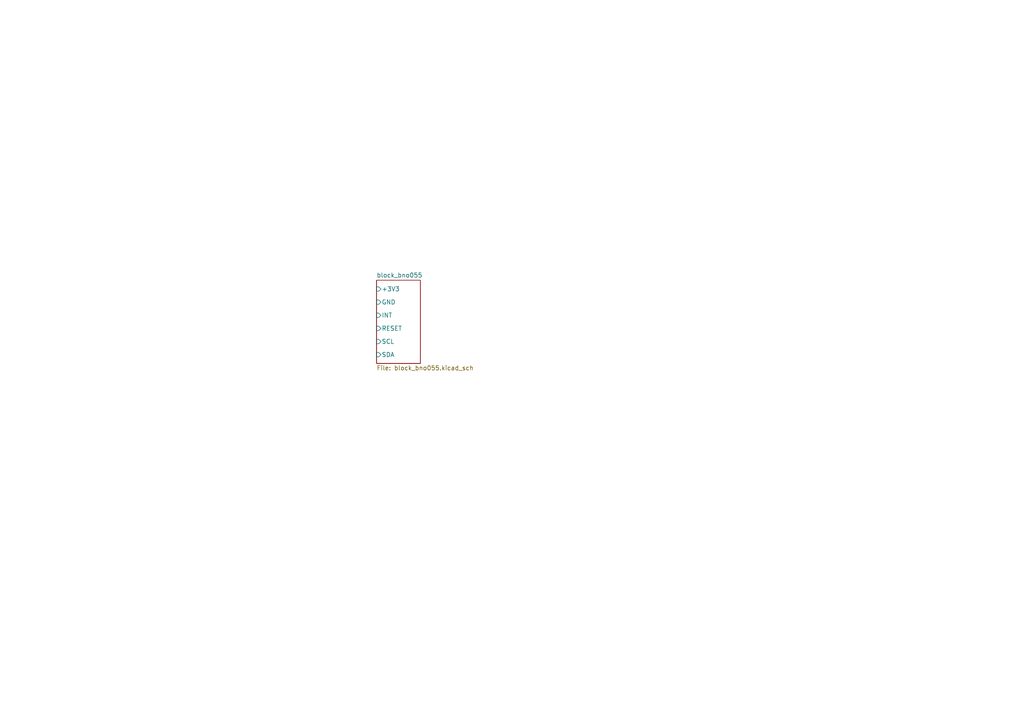
<source format=kicad_sch>
(kicad_sch
	(version 20250114)
	(generator "eeschema")
	(generator_version "9.0")
	(uuid "f8d3015c-52c9-49c8-b6d7-adf5214a6f15")
	(paper "A4")
	(lib_symbols)
	(sheet
		(at 109.22 81.28)
		(size 12.7 24.13)
		(exclude_from_sim no)
		(in_bom yes)
		(on_board yes)
		(dnp no)
		(fields_autoplaced yes)
		(stroke
			(width 0.1524)
			(type solid)
		)
		(fill
			(color 0 0 0 0.0000)
		)
		(uuid "dd09dd6c-1664-4509-ac8b-a99cdc6acfe4")
		(property "Sheetname" "block_bno055"
			(at 109.22 80.5684 0)
			(effects
				(font
					(size 1.27 1.27)
				)
				(justify left bottom)
			)
		)
		(property "Sheetfile" "block_bno055.kicad_sch"
			(at 109.22 105.9946 0)
			(effects
				(font
					(size 1.27 1.27)
				)
				(justify left top)
			)
		)
		(pin "+3V3" input
			(at 109.22 83.82 180)
			(uuid "6064949c-9164-4306-aa62-8b0bef681b82")
			(effects
				(font
					(size 1.27 1.27)
				)
				(justify left)
			)
		)
		(pin "GND" input
			(at 109.22 87.63 180)
			(uuid "4685fafc-375d-4c7c-9adb-c2dfa98bcd03")
			(effects
				(font
					(size 1.27 1.27)
				)
				(justify left)
			)
		)
		(pin "INT" input
			(at 109.22 91.44 180)
			(uuid "b5a733e2-a673-4432-a466-7cd0915cb571")
			(effects
				(font
					(size 1.27 1.27)
				)
				(justify left)
			)
		)
		(pin "SCL" input
			(at 109.22 99.06 180)
			(uuid "01d6989a-1f13-46a7-a03b-a4cd1d8523fc")
			(effects
				(font
					(size 1.27 1.27)
				)
				(justify left)
			)
		)
		(pin "SDA" input
			(at 109.22 102.87 180)
			(uuid "0149749f-ba08-42ce-a89b-f5fed9a3fe13")
			(effects
				(font
					(size 1.27 1.27)
				)
				(justify left)
			)
		)
		(pin "RESET" input
			(at 109.22 95.25 180)
			(uuid "3ea7c43b-9f57-4fd2-b7e5-5642b96bfe83")
			(effects
				(font
					(size 1.27 1.27)
				)
				(justify left)
			)
		)
		(instances
			(project "bno055"
				(path "/f8d3015c-52c9-49c8-b6d7-adf5214a6f15"
					(page "2")
				)
			)
		)
	)
	(sheet_instances
		(path "/"
			(page "1")
		)
	)
	(embedded_fonts no)
)

</source>
